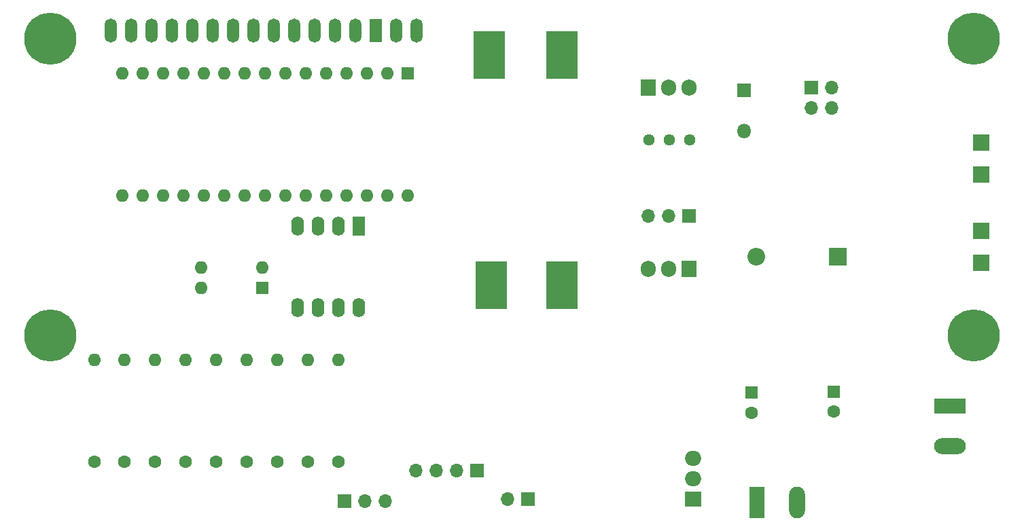
<source format=gbr>
%TF.GenerationSoftware,KiCad,Pcbnew,7.0.2*%
%TF.CreationDate,2023-05-13T16:33:46+02:00*%
%TF.ProjectId,pid_controller,7069645f-636f-46e7-9472-6f6c6c65722e,2.0*%
%TF.SameCoordinates,Original*%
%TF.FileFunction,Soldermask,Top*%
%TF.FilePolarity,Negative*%
%FSLAX46Y46*%
G04 Gerber Fmt 4.6, Leading zero omitted, Abs format (unit mm)*
G04 Created by KiCad (PCBNEW 7.0.2) date 2023-05-13 16:33:46*
%MOMM*%
%LPD*%
G01*
G04 APERTURE LIST*
%ADD10R,1.905000X2.000000*%
%ADD11O,1.905000X2.000000*%
%ADD12C,1.600000*%
%ADD13O,1.600000X1.600000*%
%ADD14R,1.980000X3.960000*%
%ADD15O,1.980000X3.960000*%
%ADD16R,2.000000X1.905000*%
%ADD17O,2.000000X1.905000*%
%ADD18R,1.700000X1.700000*%
%ADD19O,1.700000X1.700000*%
%ADD20C,1.440000*%
%ADD21R,3.960000X1.980000*%
%ADD22O,3.960000X1.980000*%
%ADD23R,1.600000X1.600000*%
%ADD24R,3.900000X6.000000*%
%ADD25R,1.800000X1.800000*%
%ADD26O,1.800000X1.800000*%
%ADD27R,2.200000X2.200000*%
%ADD28O,2.200000X2.200000*%
%ADD29R,1.600000X2.400000*%
%ADD30O,1.600000X2.400000*%
%ADD31C,6.500000*%
%ADD32R,1.500000X3.000000*%
%ADD33O,1.500000X3.000000*%
%ADD34R,2.000000X2.000000*%
G04 APERTURE END LIST*
D10*
%TO.C,Q3*%
X159258000Y-103124000D03*
D11*
X156718000Y-103124000D03*
X154178000Y-103124000D03*
%TD*%
D12*
%TO.C,R14*%
X107950000Y-127123000D03*
D13*
X107950000Y-114423000D03*
%TD*%
D12*
%TO.C,R2*%
X85140000Y-127123000D03*
D13*
X85140000Y-114423000D03*
%TD*%
D14*
%TO.C,J2*%
X167720000Y-132207000D03*
D15*
X172720000Y-132207000D03*
%TD*%
D16*
%TO.C,Q1*%
X159766000Y-131826000D03*
D17*
X159766000Y-129286000D03*
X159766000Y-126746000D03*
%TD*%
D18*
%TO.C,M1*%
X139192000Y-131826000D03*
D19*
X136652000Y-131826000D03*
%TD*%
D10*
%TO.C,U1*%
X154178000Y-80518000D03*
D11*
X156718000Y-80518000D03*
X159258000Y-80518000D03*
%TD*%
D18*
%TO.C,RV2*%
X159258000Y-96520000D03*
D19*
X156718000Y-96520000D03*
X154178000Y-96520000D03*
%TD*%
D20*
%TO.C,RV1*%
X159268000Y-87013000D03*
X156728000Y-87013000D03*
X154188000Y-87013000D03*
%TD*%
D21*
%TO.C,J1*%
X191770000Y-120171000D03*
D22*
X191770000Y-125171000D03*
%TD*%
D18*
%TO.C,J4*%
X132842000Y-128270000D03*
D19*
X130302000Y-128270000D03*
X127762000Y-128270000D03*
X125222000Y-128270000D03*
%TD*%
D12*
%TO.C,R12*%
X104140000Y-127123000D03*
D13*
X104140000Y-114423000D03*
%TD*%
D12*
%TO.C,R6*%
X92710000Y-127123000D03*
D13*
X92710000Y-114423000D03*
%TD*%
D12*
%TO.C,R19*%
X115570000Y-127123000D03*
D13*
X115570000Y-114423000D03*
%TD*%
D23*
%TO.C,U5*%
X106035000Y-105415000D03*
D13*
X106035000Y-102875000D03*
X98415000Y-102875000D03*
X98415000Y-105415000D03*
%TD*%
D24*
%TO.C,U3*%
X143400000Y-76424000D03*
X134366000Y-76424000D03*
X143400000Y-105156000D03*
X134620000Y-105156000D03*
%TD*%
D23*
%TO.C,A1*%
X124206000Y-78740000D03*
D13*
X121666000Y-78740000D03*
X119126000Y-78740000D03*
X116586000Y-78740000D03*
X114046000Y-78740000D03*
X111506000Y-78740000D03*
X108966000Y-78740000D03*
X106426000Y-78740000D03*
X103886000Y-78740000D03*
X101346000Y-78740000D03*
X98806000Y-78740000D03*
X96266000Y-78740000D03*
X93726000Y-78740000D03*
X91186000Y-78740000D03*
X88646000Y-78740000D03*
X88646000Y-93980000D03*
X91186000Y-93980000D03*
X93726000Y-93980000D03*
X96266000Y-93980000D03*
X98806000Y-93980000D03*
X101346000Y-93980000D03*
X103886000Y-93980000D03*
X106426000Y-93980000D03*
X108966000Y-93980000D03*
X111506000Y-93980000D03*
X114046000Y-93980000D03*
X116586000Y-93980000D03*
X119126000Y-93980000D03*
X121666000Y-93980000D03*
X124206000Y-93980000D03*
%TD*%
D23*
%TO.C,C2*%
X167005000Y-118531000D03*
D12*
X167005000Y-121031000D03*
%TD*%
%TO.C,R10*%
X100330000Y-127123000D03*
D13*
X100330000Y-114423000D03*
%TD*%
D18*
%TO.C,J3*%
X174498000Y-80518000D03*
D19*
X177038000Y-80518000D03*
X174498000Y-83058000D03*
X177038000Y-83058000D03*
%TD*%
D25*
%TO.C,D1*%
X166116000Y-80801000D03*
D26*
X166116000Y-85881000D03*
%TD*%
D27*
%TO.C,D2*%
X177800000Y-101600000D03*
D28*
X167640000Y-101600000D03*
%TD*%
D23*
%TO.C,C1*%
X177292000Y-118404000D03*
D12*
X177292000Y-120904000D03*
%TD*%
%TO.C,R16*%
X111760000Y-127123000D03*
D13*
X111760000Y-114423000D03*
%TD*%
D12*
%TO.C,R4*%
X88900000Y-127123000D03*
D13*
X88900000Y-114423000D03*
%TD*%
D29*
%TO.C,U6*%
X118110000Y-97790000D03*
D30*
X115570000Y-97790000D03*
X113030000Y-97790000D03*
X110490000Y-97790000D03*
X110490000Y-107950000D03*
X113030000Y-107950000D03*
X115570000Y-107950000D03*
X118110000Y-107950000D03*
%TD*%
D12*
%TO.C,R8*%
X96520000Y-127123000D03*
D13*
X96520000Y-114423000D03*
%TD*%
D18*
%TO.C,U2*%
X116332000Y-132080000D03*
D19*
X118872000Y-132080000D03*
X121412000Y-132080000D03*
%TD*%
D31*
%TO.C,DS1*%
X194660000Y-111352500D03*
X194660000Y-74352500D03*
X79660000Y-111352500D03*
X79660000Y-74352500D03*
D32*
X120160000Y-73352500D03*
D33*
X117620000Y-73352500D03*
X115080000Y-73352500D03*
X112540000Y-73352500D03*
X110000000Y-73352500D03*
X107460000Y-73352500D03*
X104920000Y-73352500D03*
X102380000Y-73352500D03*
X99840000Y-73352500D03*
X97300000Y-73352500D03*
X94760000Y-73352500D03*
X92220000Y-73352500D03*
X89680000Y-73352500D03*
X87140000Y-73352500D03*
X122700000Y-73352500D03*
X125240000Y-73352500D03*
D34*
X195660000Y-87352500D03*
X195660000Y-98352500D03*
X195660000Y-91352500D03*
X195660000Y-102352500D03*
%TD*%
M02*

</source>
